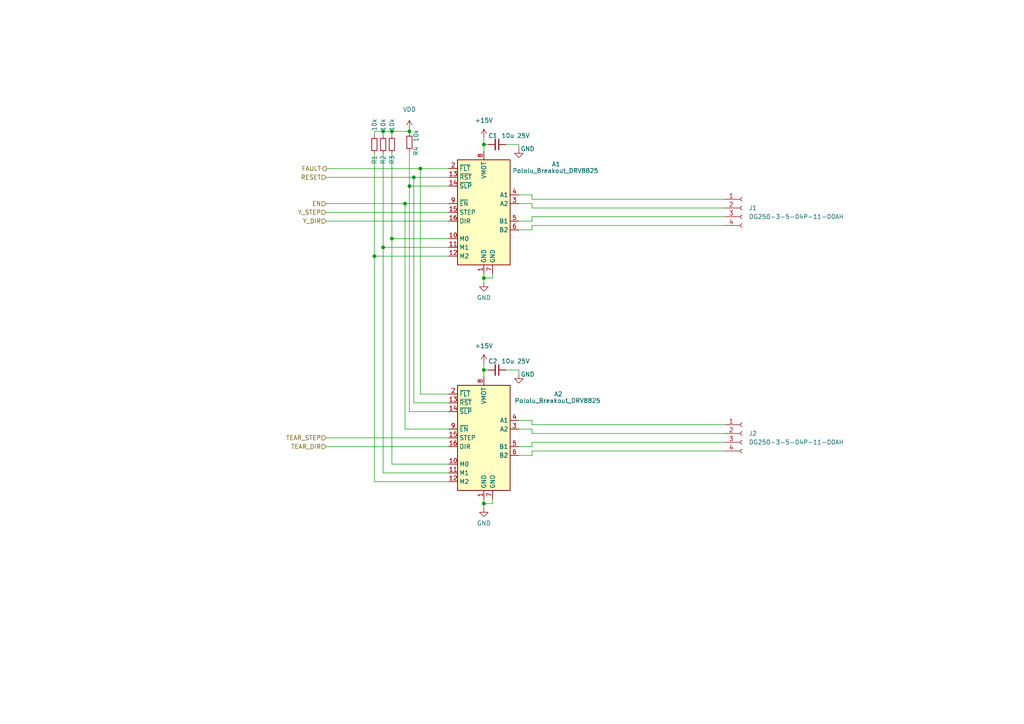
<source format=kicad_sch>
(kicad_sch (version 20231120) (generator "eeschema") (generator_version "8.0")
  (paper "A4")
  (lib_symbols
    (symbol "Connector:Conn_01x04_Female" (pin_names (offset 1.016) hide)
      (property "Reference" "J" (at 0 5.08 0))
      (property "Value" "Conn_01x04_Female" (at 0 -7.62 0))
      (symbol "Conn_01x04_Female_1_1"
        (arc (start 0 -4.572) (mid -0.5058 -5.08) (end 0 -5.588) (stroke (width 0.1524)))
        (arc (start 0 -2.032) (mid -0.5058 -2.54) (end 0 -3.048) (stroke (width 0.1524)))
        (polyline (pts (xy -1.27 -5.08) (xy -0.508 -5.08)) (stroke (width 0.1524)))
        (polyline (pts (xy -1.27 -2.54) (xy -0.508 -2.54)) (stroke (width 0.1524)))
        (polyline (pts (xy -1.27 0) (xy -0.508 0)) (stroke (width 0.1524)))
        (polyline (pts (xy -1.27 2.54) (xy -0.508 2.54)) (stroke (width 0.1524)))
        (arc (start 0 0.508) (mid -0.5058 0) (end 0 -0.508) (stroke (width 0.1524)))
        (arc (start 0 3.048) (mid -0.5058 2.54) (end 0 2.032) (stroke (width 0.1524)))
        (pin passive line (at -5.08 2.54 0) (length 3.81) (name "Pin_1") (number "1"))
        (pin passive line (at -5.08 0 0) (length 3.81) (name "Pin_2") (number "2"))
        (pin passive line (at -5.08 -2.54 0) (length 3.81) (name "Pin_3") (number "3"))
        (pin passive line (at -5.08 -5.08 0) (length 3.81) (name "Pin_4") (number "4"))
      )
    )
    (symbol "Device:C_Small" (pin_numbers hide) (pin_names (offset 0.254) hide)
      (property "Reference" "C" (at 0.254 1.778 0))
      (property "Value" "C_Small" (at 0.254 -2.032 0))
      (symbol "C_Small_0_1"
        (polyline (pts (xy -1.524 -0.508) (xy 1.524 -0.508)) (stroke (width 0.3302)))
        (polyline (pts (xy -1.524 0.508) (xy 1.524 0.508)) (stroke (width 0.3048)))
      )
      (symbol "C_Small_1_1"
        (pin passive line (at 0 2.54 270) (length 2.032) (name "~") (number "1"))
        (pin passive line (at 0 -2.54 90) (length 2.032) (name "~") (number "2"))
      )
    )
    (symbol "Device:R_Small" (pin_numbers hide) (pin_names (offset 0.254) hide)
      (property "Reference" "R" (at 0.762 0.508 0))
      (property "Value" "R_Small" (at 0.762 -1.016 0))
      (symbol "R_Small_0_1"
        (rectangle (start -0.762 1.778) (end 0.762 -1.778) (stroke (width 0.2032)))
      )
      (symbol "R_Small_1_1"
        (pin passive line (at 0 2.54 270) (length 0.762) (name "~") (number "1"))
        (pin passive line (at 0 -2.54 90) (length 0.762) (name "~") (number "2"))
      )
    )
    (symbol "Driver_Motor:Pololu_Breakout_DRV8825"
      (property "Reference" "A" (at -2.54 16.51 0))
      (property "Value" "Pololu_Breakout_DRV8825" (at -2.54 13.97 0))
      (symbol "Pololu_Breakout_DRV8825_0_1"
        (rectangle (start 7.62 -17.78) (end -7.62 12.7) (stroke (width 0.254)) (fill (type background)))
      )
      (symbol "Pololu_Breakout_DRV8825_1_1"
        (pin power_in line (at 0 -20.32 90) (length 2.54) (name "GND") (number "1"))
        (pin input line (at -10.16 -10.16 0) (length 2.54) (name "M0") (number "10"))
        (pin input line (at -10.16 -12.7 0) (length 2.54) (name "M1") (number "11"))
        (pin input line (at -10.16 -15.24 0) (length 2.54) (name "M2") (number "12"))
        (pin input line (at -10.16 7.62 0) (length 2.54) (name "~{RST}") (number "13"))
        (pin input line (at -10.16 5.08 0) (length 2.54) (name "~{SLP}") (number "14"))
        (pin input line (at -10.16 -2.54 0) (length 2.54) (name "STEP") (number "15"))
        (pin input line (at -10.16 -5.08 0) (length 2.54) (name "DIR") (number "16"))
        (pin output line (at -10.16 10.16 0) (length 2.54) (name "~{FLT}") (number "2"))
        (pin output line (at 10.16 0 180) (length 2.54) (name "A2") (number "3"))
        (pin output line (at 10.16 2.54 180) (length 2.54) (name "A1") (number "4"))
        (pin output line (at 10.16 -5.08 180) (length 2.54) (name "B1") (number "5"))
        (pin output line (at 10.16 -7.62 180) (length 2.54) (name "B2") (number "6"))
        (pin power_in line (at 2.54 -20.32 90) (length 2.54) (name "GND") (number "7"))
        (pin power_in line (at 0 15.24 270) (length 2.54) (name "VMOT") (number "8"))
        (pin input line (at -10.16 0 0) (length 2.54) (name "~{EN}") (number "9"))
      )
    )
    (symbol "power:+15V" (power) (pin_names (offset 0))
      (property "Value" "+15V" (at 0 3.556 0))
      (symbol "+15V_0_1"
        (polyline (pts (xy -0.762 1.27) (xy 0 2.54)))
        (polyline (pts (xy 0 0) (xy 0 2.54)))
        (polyline (pts (xy 0 2.54) (xy 0.762 1.27)))
      )
      (symbol "+15V_1_1"
        (pin power_in line (at 0 0 90) (length 0) hide (name "+15V") (number "1"))
      )
    )
    (symbol "power:GND" (power) (pin_names (offset 0))
      (property "Value" "GND" (at 0 -3.81 0))
      (symbol "GND_0_1"
        (polyline (pts (xy 0 0) (xy 0 -1.27) (xy 1.27 -1.27) (xy 0 -2.54) (xy -1.27 -1.27) (xy 0 -1.27)))
      )
      (symbol "GND_1_1"
        (pin power_in line (at 0 0 270) (length 0) hide (name "GND") (number "1"))
      )
    )
    (symbol "power:VDD" (power) (pin_names (offset 0))
      (property "Value" "VDD" (at 0 3.81 0))
      (symbol "VDD_0_1"
        (polyline (pts (xy -0.762 1.27) (xy 0 2.54)))
        (polyline (pts (xy 0 0) (xy 0 2.54)))
        (polyline (pts (xy 0 2.54) (xy 0.762 1.27)))
      )
      (symbol "VDD_1_1"
        (pin power_in line (at 0 0 90) (length 0) hide (name "VDD") (number "1"))
      )
    )
  )
  (junction (at 140.335 80.645))
  (junction (at 117.475 59.055))
  (junction (at 111.125 71.755))
  (junction (at 140.335 146.05))
  (junction (at 118.745 38.1))
  (junction (at 108.585 74.295))
  (junction (at 120.015 51.435))
  (junction (at 118.745 53.975))
  (junction (at 113.665 69.215))
  (junction (at 113.665 38.1))
  (junction (at 111.125 38.1))
  (junction (at 140.335 41.91))
  (junction (at 140.335 107.315))
  (junction (at 121.92 48.895))
  (wire (pts (xy 154.305 60.325) (xy 154.305 59.055)))
  (wire (pts (xy 140.335 80.645) (xy 140.335 81.915)))
  (wire (pts (xy 94.615 127) (xy 130.175 127)))
  (wire (pts (xy 210.185 60.325) (xy 154.305 60.325)))
  (wire (pts (xy 130.175 137.16) (xy 111.125 137.16)))
  (wire (pts (xy 94.615 51.435) (xy 120.015 51.435)))
  (wire (pts (xy 154.305 132.08) (xy 154.305 130.81)))
  (wire (pts (xy 150.495 132.08) (xy 154.305 132.08)))
  (wire (pts (xy 154.305 121.92) (xy 150.495 121.92)))
  (wire (pts (xy 108.585 38.1) (xy 108.585 39.37)))
  (wire (pts (xy 140.335 105.41) (xy 140.335 107.315)))
  (wire (pts (xy 117.475 59.055) (xy 117.475 124.46)))
  (wire (pts (xy 121.92 114.3) (xy 121.92 48.895)))
  (wire (pts (xy 120.015 116.84) (xy 120.015 51.435)))
  (wire (pts (xy 111.125 137.16) (xy 111.125 71.755)))
  (wire (pts (xy 140.335 40.005) (xy 140.335 41.91)))
  (wire (pts (xy 118.745 43.815) (xy 118.745 53.975)))
  (wire (pts (xy 118.745 38.1) (xy 113.665 38.1)))
  (wire (pts (xy 117.475 59.055) (xy 130.175 59.055)))
  (wire (pts (xy 154.305 65.405) (xy 210.185 65.405)))
  (wire (pts (xy 210.185 128.27) (xy 154.305 128.27)))
  (wire (pts (xy 113.665 134.62) (xy 130.175 134.62)))
  (wire (pts (xy 210.185 125.73) (xy 154.305 125.73)))
  (wire (pts (xy 154.305 129.54) (xy 150.495 129.54)))
  (wire (pts (xy 120.015 51.435) (xy 130.175 51.435)))
  (wire (pts (xy 111.125 38.1) (xy 108.585 38.1)))
  (wire (pts (xy 113.665 69.215) (xy 113.665 134.62)))
  (wire (pts (xy 150.495 41.91) (xy 150.495 43.18)))
  (wire (pts (xy 142.875 79.375) (xy 142.875 80.645)))
  (wire (pts (xy 210.185 57.785) (xy 154.305 57.785)))
  (wire (pts (xy 108.585 74.295) (xy 130.175 74.295)))
  (wire (pts (xy 140.335 80.645) (xy 142.875 80.645)))
  (wire (pts (xy 111.125 71.755) (xy 111.125 44.45)))
  (wire (pts (xy 154.305 56.515) (xy 150.495 56.515)))
  (wire (pts (xy 108.585 139.7) (xy 108.585 74.295)))
  (wire (pts (xy 154.305 130.81) (xy 210.185 130.81)))
  (wire (pts (xy 140.335 79.375) (xy 140.335 80.645)))
  (wire (pts (xy 150.495 107.315) (xy 150.495 108.585)))
  (wire (pts (xy 108.585 74.295) (xy 108.585 44.45)))
  (wire (pts (xy 130.175 139.7) (xy 108.585 139.7)))
  (wire (pts (xy 210.185 62.865) (xy 154.305 62.865)))
  (wire (pts (xy 121.92 48.895) (xy 130.175 48.895)))
  (wire (pts (xy 94.615 64.135) (xy 130.175 64.135)))
  (wire (pts (xy 154.305 123.19) (xy 154.305 121.92)))
  (wire (pts (xy 117.475 124.46) (xy 130.175 124.46)))
  (wire (pts (xy 140.335 107.315) (xy 141.605 107.315)))
  (wire (pts (xy 113.665 38.1) (xy 113.665 39.37)))
  (wire (pts (xy 154.305 66.675) (xy 154.305 65.405)))
  (wire (pts (xy 154.305 128.27) (xy 154.305 129.54)))
  (wire (pts (xy 146.685 107.315) (xy 150.495 107.315)))
  (wire (pts (xy 146.685 41.91) (xy 150.495 41.91)))
  (wire (pts (xy 94.615 129.54) (xy 130.175 129.54)))
  (wire (pts (xy 118.745 37.465) (xy 118.745 38.1)))
  (wire (pts (xy 140.335 146.05) (xy 140.335 147.32)))
  (wire (pts (xy 130.175 114.3) (xy 121.92 114.3)))
  (wire (pts (xy 140.335 41.91) (xy 141.605 41.91)))
  (wire (pts (xy 210.185 123.19) (xy 154.305 123.19)))
  (wire (pts (xy 94.615 59.055) (xy 117.475 59.055)))
  (wire (pts (xy 140.335 144.78) (xy 140.335 146.05)))
  (wire (pts (xy 111.125 38.1) (xy 111.125 39.37)))
  (wire (pts (xy 140.335 107.315) (xy 140.335 109.22)))
  (wire (pts (xy 154.305 125.73) (xy 154.305 124.46)))
  (wire (pts (xy 113.665 38.1) (xy 111.125 38.1)))
  (wire (pts (xy 154.305 62.865) (xy 154.305 64.135)))
  (wire (pts (xy 118.745 53.975) (xy 118.745 119.38)))
  (wire (pts (xy 154.305 64.135) (xy 150.495 64.135)))
  (wire (pts (xy 150.495 66.675) (xy 154.305 66.675)))
  (wire (pts (xy 150.495 124.46) (xy 154.305 124.46)))
  (wire (pts (xy 94.615 48.895) (xy 121.92 48.895)))
  (wire (pts (xy 118.745 53.975) (xy 130.175 53.975)))
  (wire (pts (xy 111.125 71.755) (xy 130.175 71.755)))
  (wire (pts (xy 94.615 61.595) (xy 130.175 61.595)))
  (wire (pts (xy 142.875 144.78) (xy 142.875 146.05)))
  (wire (pts (xy 140.335 146.05) (xy 142.875 146.05)))
  (wire (pts (xy 118.745 38.1) (xy 118.745 38.735)))
  (wire (pts (xy 118.745 119.38) (xy 130.175 119.38)))
  (wire (pts (xy 154.305 57.785) (xy 154.305 56.515)))
  (wire (pts (xy 113.665 69.215) (xy 130.175 69.215)))
  (wire (pts (xy 150.495 59.055) (xy 154.305 59.055)))
  (wire (pts (xy 130.175 116.84) (xy 120.015 116.84)))
  (wire (pts (xy 140.335 41.91) (xy 140.335 43.815)))
  (wire (pts (xy 113.665 44.45) (xy 113.665 69.215)))
  (hierarchical_label "Y_STEP" (shape input) (at 94.615 61.595 180))
  (hierarchical_label "RESET" (shape input) (at 94.615 51.435 180))
  (hierarchical_label "FAULT" (shape output) (at 94.615 48.895 180))
  (hierarchical_label "EN" (shape input) (at 94.615 59.055 180))
  (hierarchical_label "TEAR_DIR" (shape input) (at 94.615 129.54 180))
  (hierarchical_label "Y_DIR" (shape input) (at 94.615 64.135 180))
  (hierarchical_label "TEAR_STEP" (shape input) (at 94.615 127 180))
  (symbol (lib_id "Device:R_Small") (at 111.125 41.91 180) (unit 1)
    (property "Reference" "R2" (at 111.125 46.355 90))
    (property "Value" "10k" (at 111.125 36.195 90))
    (property "Footprint" "Resistor_SMD:R_0603_1608Metric_Pad0.98x0.95mm_HandSolder" (effects (hide yes)))
    (property "Link" "https://ozdisan.com/passive-components/resistors/smt-smd-and-chip-resistors/0603SAF1002T5E" (effects (hide yes)))
    (property "Price" "0.00221" (effects (hide yes)))
  )
  (symbol (lib_id "Device:R_Small") (at 108.585 41.91 180) (unit 1)
    (property "Reference" "R1" (at 108.585 46.355 90))
    (property "Value" "10k" (at 108.585 36.195 90))
    (property "Footprint" "Resistor_SMD:R_0603_1608Metric_Pad0.98x0.95mm_HandSolder" (effects (hide yes)))
    (property "Link" "https://ozdisan.com/passive-components/resistors/smt-smd-and-chip-resistors/0603SAF1002T5E" (effects (hide yes)))
    (property "Price" "0.00221" (effects (hide yes)))
  )
  (symbol (lib_id "power:GND") (at 140.335 147.32 0) (unit 1)
    (property "Reference" "#PWR0183" (effects (hide yes)))
    (property "Value" "GND" (at 140.335 151.765 0))
  )
  (symbol (lib_id "Device:C_Small") (at 144.145 107.315 270) (unit 1)
    (property "Reference" "C2" (at 141.605 104.775 90) (effects (justify left)))
    (property "Value" "10u 25V" (at 145.415 104.775 90) (effects (justify left)))
    (property "Footprint" "Capacitor_SMD:C_1206_3216Metric_Pad1.33x1.80mm_HandSolder" (effects (hide yes)))
    (property "Link" "https://ozdisan.com/passive-components/capacitors/smt-smd-and-mlcc-capacitors/CL31A106KBHNNNE" (effects (hide yes)))
    (property "Price" "0.10490" (effects (hide yes)))
  )
  (symbol (lib_id "power:GND") (at 150.495 43.18 0) (unit 1)
    (property "Reference" "#PWR0186" (effects (hide yes)))
    (property "Value" "GND" (at 153.035 43.18 0))
  )
  (symbol (lib_id "Device:C_Small") (at 144.145 41.91 270) (unit 1)
    (property "Reference" "C1" (at 141.605 39.37 90) (effects (justify left)))
    (property "Value" "10u 25V" (at 145.415 39.37 90) (effects (justify left)))
    (property "Footprint" "Capacitor_SMD:C_1206_3216Metric_Pad1.33x1.80mm_HandSolder" (effects (hide yes)))
    (property "Link" "https://ozdisan.com/passive-components/capacitors/smt-smd-and-mlcc-capacitors/CL31A106KBHNNNE" (effects (hide yes)))
    (property "Price" "0.10490" (effects (hide yes)))
  )
  (symbol (lib_id "power:+15V") (at 140.335 105.41 0) (unit 1)
    (property "Reference" "#PWR0184" (effects (hide yes)))
    (property "Value" "+15V" (at 140.335 100.33 0))
  )
  (symbol (lib_id "power:GND") (at 140.335 81.915 0) (unit 1)
    (property "Reference" "#PWR0182" (effects (hide yes)))
    (property "Value" "GND" (at 140.335 86.36 0))
  )
  (symbol (lib_id "power:+15V") (at 140.335 40.005 0) (unit 1)
    (property "Reference" "#PWR0187" (effects (hide yes)))
    (property "Value" "+15V" (at 140.335 34.925 0))
  )
  (symbol (lib_id "Driver_Motor:Pololu_Breakout_DRV8825") (at 140.335 59.055 0) (unit 1)
    (property "Reference" "A1" (at 160.02 47.625 0) (effects (justify left)))
    (property "Value" "Pololu_Breakout_DRV8825" (at 148.59 49.53 0) (effects (justify left)))
    (property "Footprint" "Module:Pololu_Breakout-16_15.2x20.3mm" (effects (hide yes)))
    (property "Datasheet" "https://www.pololu.com/product/2982" (effects (hide yes)))
    (property "Link" "https://ozdisan.com/maker-ve-iot-urunleri/arduino/arduino-modulleri/DRV8825-MOTOR-DRIVER" (effects (hide yes)))
    (property "Price" "3.06830" (effects (hide yes)))
  )
  (symbol (lib_id "Connector:Conn_01x04_Female") (at 215.265 60.325 0) (unit 1)
    (property "Reference" "J1" (at 217.17 60.3249 0) (effects (justify left)))
    (property "Value" "DG250-3-5-04P-11-00AH" (at 217.17 62.8649 0) (effects (justify left)))
    (property "Footprint" "conn:DG250-3-5-04P-11-00AH" (effects (hide yes)))
    (property "Link" "https://ozdisan.com/Product/Detail/652297/DG250-3-5-04P-11-00AH" (effects (hide yes)))
    (property "Price" "0.28808" (effects (hide yes)))
  )
  (symbol (lib_id "Driver_Motor:Pololu_Breakout_DRV8825") (at 140.335 124.46 0) (unit 1)
    (property "Reference" "A2" (at 160.655 114.3 0) (effects (justify left)))
    (property "Value" "Pololu_Breakout_DRV8825" (at 149.225 116.205 0) (effects (justify left)))
    (property "Footprint" "Module:Pololu_Breakout-16_15.2x20.3mm" (effects (hide yes)))
    (property "Datasheet" "https://www.pololu.com/product/2982" (effects (hide yes)))
    (property "Link" "https://ozdisan.com/maker-ve-iot-urunleri/arduino/arduino-modulleri/DRV8825-MOTOR-DRIVER" (effects (hide yes)))
    (property "Price" "3.06830" (effects (hide yes)))
  )
  (symbol (lib_id "power:GND") (at 150.495 108.585 0) (unit 1)
    (property "Reference" "#PWR0185" (effects (hide yes)))
    (property "Value" "GND" (at 153.035 108.585 0))
  )
  (symbol (lib_id "Device:R_Small") (at 113.665 41.91 180) (unit 1)
    (property "Reference" "R3" (at 113.665 46.355 90))
    (property "Value" "10k" (at 113.665 36.195 90))
    (property "Footprint" "Resistor_SMD:R_0603_1608Metric_Pad0.98x0.95mm_HandSolder" (effects (hide yes)))
    (property "Link" "https://ozdisan.com/passive-components/resistors/smt-smd-and-chip-resistors/0603SAF1002T5E" (effects (hide yes)))
    (property "Price" "0.00221" (effects (hide yes)))
  )
  (symbol (lib_id "Connector:Conn_01x04_Female") (at 215.265 125.73 0) (unit 1)
    (property "Reference" "J2" (at 217.17 125.7299 0) (effects (justify left)))
    (property "Value" "DG250-3-5-04P-11-00AH" (at 217.17 128.2699 0) (effects (justify left)))
    (property "Footprint" "conn:DG250-3-5-04P-11-00AH" (effects (hide yes)))
    (property "Link" "https://ozdisan.com/Product/Detail/652297/DG250-3-5-04P-11-00AH" (effects (hide yes)))
    (property "Price" "0.28808" (effects (hide yes)))
  )
  (symbol (lib_id "power:VDD") (at 118.745 37.465 0) (unit 1)
    (property "Reference" "#PWR0188" (effects (hide yes)))
    (property "Value" "VDD" (at 118.745 31.75 0))
  )
  (symbol (lib_id "Device:R_Small") (at 118.745 41.275 180) (unit 1)
    (property "Reference" "R4" (at 120.65 43.815 90))
    (property "Value" "10k" (at 120.65 39.37 90))
    (property "Footprint" "Resistor_SMD:R_0603_1608Metric_Pad0.98x0.95mm_HandSolder" (effects (hide yes)))
    (property "Link" "https://ozdisan.com/passive-components/resistors/smt-smd-and-chip-resistors/0603SAF1002T5E" (effects (hide yes)))
    (property "Price" "0.00221" (effects (hide yes)))
  )
)
</source>
